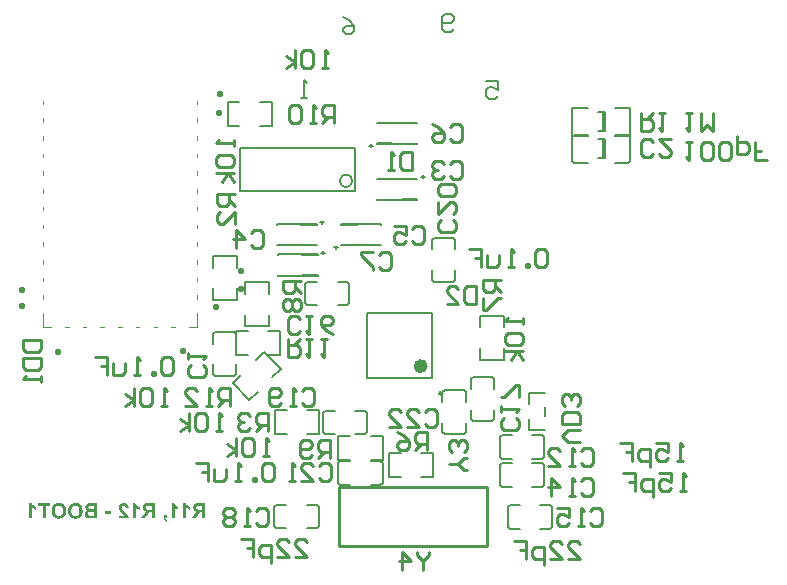
<source format=gbo>
G04*
G04 #@! TF.GenerationSoftware,Altium Limited,Altium Designer,19.1.8 (144)*
G04*
G04 Layer_Color=32896*
%FSLAX24Y24*%
%MOIN*%
G70*
G01*
G75*
%ADD10C,0.0079*%
%ADD11C,0.0098*%
%ADD12C,0.0100*%
%ADD14C,0.0059*%
%ADD121C,0.0236*%
%ADD133C,0.0060*%
%ADD134C,0.0049*%
G36*
X3831Y21791D02*
X3843Y21790D01*
X3865Y21787D01*
X3884Y21781D01*
X3893Y21778D01*
X3901Y21774D01*
X3908Y21771D01*
X3914Y21768D01*
X3920Y21765D01*
X3924Y21762D01*
X3928Y21760D01*
X3930Y21758D01*
X3932Y21757D01*
X3932Y21757D01*
X3940Y21749D01*
X3948Y21742D01*
X3954Y21733D01*
X3960Y21724D01*
X3969Y21705D01*
X3976Y21687D01*
X3978Y21677D01*
X3980Y21669D01*
X3983Y21662D01*
X3983Y21655D01*
X3985Y21649D01*
Y21646D01*
X3985Y21643D01*
Y21642D01*
X3889Y21633D01*
X3888Y21647D01*
X3885Y21660D01*
X3882Y21671D01*
X3878Y21679D01*
X3875Y21685D01*
X3872Y21690D01*
X3870Y21693D01*
X3870Y21693D01*
X3862Y21699D01*
X3854Y21703D01*
X3846Y21707D01*
X3838Y21709D01*
X3832Y21711D01*
X3826Y21711D01*
X3821D01*
X3810Y21711D01*
X3800Y21709D01*
X3792Y21706D01*
X3785Y21703D01*
X3780Y21700D01*
X3776Y21697D01*
X3773Y21695D01*
X3773Y21694D01*
X3767Y21687D01*
X3762Y21679D01*
X3759Y21671D01*
X3757Y21663D01*
X3756Y21655D01*
X3755Y21649D01*
Y21645D01*
Y21644D01*
Y21644D01*
X3756Y21633D01*
X3758Y21623D01*
X3762Y21612D01*
X3765Y21604D01*
X3769Y21596D01*
X3773Y21590D01*
X3775Y21586D01*
X3776Y21585D01*
X3778Y21580D01*
X3783Y21575D01*
X3789Y21569D01*
X3794Y21563D01*
X3808Y21549D01*
X3821Y21535D01*
X3834Y21522D01*
X3840Y21516D01*
X3845Y21512D01*
X3850Y21507D01*
X3853Y21504D01*
X3855Y21502D01*
X3856Y21502D01*
X3870Y21488D01*
X3883Y21475D01*
X3896Y21462D01*
X3907Y21451D01*
X3917Y21440D01*
X3926Y21430D01*
X3934Y21421D01*
X3940Y21413D01*
X3946Y21405D01*
X3951Y21399D01*
X3956Y21394D01*
X3958Y21389D01*
X3961Y21386D01*
X3963Y21383D01*
X3964Y21381D01*
Y21380D01*
X3974Y21364D01*
X3981Y21346D01*
X3987Y21330D01*
X3991Y21316D01*
X3994Y21302D01*
X3995Y21297D01*
X3996Y21293D01*
X3996Y21289D01*
X3997Y21286D01*
Y21285D01*
Y21284D01*
X3658Y21284D01*
Y21374D01*
X3851Y21374D01*
X3845Y21383D01*
X3838Y21391D01*
X3835Y21395D01*
X3833Y21398D01*
X3832Y21399D01*
X3831Y21400D01*
X3828Y21403D01*
X3825Y21407D01*
X3816Y21415D01*
X3807Y21424D01*
X3797Y21434D01*
X3788Y21442D01*
X3780Y21450D01*
X3777Y21453D01*
X3775Y21455D01*
X3773Y21456D01*
X3773Y21456D01*
X3757Y21472D01*
X3743Y21484D01*
X3732Y21496D01*
X3724Y21504D01*
X3717Y21512D01*
X3713Y21517D01*
X3710Y21520D01*
X3709Y21521D01*
X3700Y21534D01*
X3692Y21545D01*
X3685Y21556D01*
X3680Y21566D01*
X3676Y21574D01*
X3673Y21580D01*
X3671Y21584D01*
X3671Y21585D01*
X3666Y21597D01*
X3663Y21609D01*
X3661Y21620D01*
X3660Y21630D01*
X3659Y21638D01*
X3658Y21644D01*
Y21649D01*
Y21650D01*
X3659Y21661D01*
X3660Y21672D01*
X3662Y21682D01*
X3665Y21692D01*
X3672Y21709D01*
X3679Y21723D01*
X3684Y21730D01*
X3687Y21735D01*
X3691Y21740D01*
X3695Y21744D01*
X3697Y21746D01*
X3699Y21749D01*
X3700Y21750D01*
X3701Y21751D01*
X3709Y21758D01*
X3719Y21765D01*
X3727Y21770D01*
X3738Y21774D01*
X3757Y21781D01*
X3776Y21787D01*
X3784Y21788D01*
X3792Y21789D01*
X3800Y21790D01*
X3806Y21791D01*
X3811Y21792D01*
X3819D01*
X3831Y21791D01*
D02*
G37*
G36*
X5901Y21775D02*
X5911Y21760D01*
X5921Y21745D01*
X5931Y21733D01*
X5940Y21724D01*
X5948Y21717D01*
X5951Y21714D01*
X5953Y21711D01*
X5954Y21711D01*
X5955Y21710D01*
X5971Y21698D01*
X5987Y21688D01*
X6000Y21680D01*
X6013Y21674D01*
X6023Y21670D01*
X6030Y21666D01*
X6033Y21666D01*
X6035Y21665D01*
X6036Y21664D01*
X6037D01*
Y21577D01*
X6011Y21587D01*
X5987Y21598D01*
X5976Y21604D01*
X5966Y21610D01*
X5957Y21616D01*
X5948Y21622D01*
X5940Y21628D01*
X5933Y21633D01*
X5927Y21637D01*
X5922Y21641D01*
X5917Y21645D01*
X5914Y21647D01*
X5913Y21649D01*
X5912Y21649D01*
Y21284D01*
X5815D01*
Y21792D01*
X5894D01*
X5901Y21775D01*
D02*
G37*
G36*
X5509D02*
X5519Y21760D01*
X5529Y21745D01*
X5539Y21733D01*
X5548Y21724D01*
X5556Y21717D01*
X5559Y21714D01*
X5561Y21711D01*
X5562Y21711D01*
X5563Y21710D01*
X5579Y21698D01*
X5594Y21688D01*
X5608Y21680D01*
X5621Y21674D01*
X5631Y21670D01*
X5638Y21666D01*
X5641Y21666D01*
X5643Y21665D01*
X5644Y21664D01*
X5645D01*
Y21577D01*
X5618Y21587D01*
X5595Y21598D01*
X5584Y21604D01*
X5574Y21610D01*
X5564Y21616D01*
X5556Y21622D01*
X5548Y21628D01*
X5540Y21633D01*
X5535Y21637D01*
X5529Y21641D01*
X5525Y21645D01*
X5522Y21647D01*
X5521Y21649D01*
X5520Y21649D01*
Y21284D01*
X5423D01*
Y21792D01*
X5502D01*
X5509Y21775D01*
D02*
G37*
G36*
X4216D02*
X4225Y21760D01*
X4236Y21745D01*
X4246Y21733D01*
X4254Y21724D01*
X4262Y21717D01*
X4265Y21714D01*
X4268Y21711D01*
X4269Y21711D01*
X4270Y21710D01*
X4286Y21698D01*
X4301Y21688D01*
X4315Y21680D01*
X4327Y21674D01*
X4338Y21670D01*
X4345Y21666D01*
X4348Y21666D01*
X4350Y21665D01*
X4351Y21664D01*
X4351D01*
Y21577D01*
X4325Y21587D01*
X4302Y21598D01*
X4291Y21604D01*
X4281Y21610D01*
X4271Y21616D01*
X4262Y21622D01*
X4254Y21628D01*
X4247Y21633D01*
X4241Y21637D01*
X4236Y21641D01*
X4232Y21645D01*
X4229Y21647D01*
X4227Y21649D01*
X4227Y21649D01*
Y21284D01*
X4130D01*
Y21792D01*
X4209D01*
X4216Y21775D01*
D02*
G37*
G36*
X768Y21775D02*
X778Y21760D01*
X788Y21745D01*
X798Y21733D01*
X807Y21724D01*
X815Y21717D01*
X818Y21714D01*
X820Y21711D01*
X822Y21711D01*
X822Y21710D01*
X838Y21698D01*
X854Y21688D01*
X868Y21680D01*
X880Y21674D01*
X890Y21670D01*
X897Y21666D01*
X900Y21666D01*
X903Y21665D01*
X903Y21664D01*
X904D01*
Y21577D01*
X878Y21587D01*
X854Y21598D01*
X843Y21604D01*
X833Y21610D01*
X824Y21616D01*
X815Y21622D01*
X807Y21628D01*
X800Y21633D01*
X794Y21637D01*
X789Y21641D01*
X784Y21645D01*
X781Y21647D01*
X780Y21649D01*
X779Y21649D01*
Y21284D01*
X682D01*
Y21792D01*
X761D01*
X768Y21775D01*
D02*
G37*
G36*
X3387Y21419D02*
X3197D01*
Y21516D01*
X3387D01*
Y21419D01*
D02*
G37*
G36*
X6549Y21284D02*
X6447D01*
Y21495D01*
X6414D01*
X6404Y21494D01*
X6396Y21493D01*
X6388Y21492D01*
X6382Y21491D01*
X6379Y21490D01*
X6377Y21489D01*
X6376D01*
X6370Y21486D01*
X6364Y21483D01*
X6359Y21480D01*
X6354Y21477D01*
X6350Y21473D01*
X6347Y21470D01*
X6346Y21469D01*
X6345Y21468D01*
X6342Y21464D01*
X6339Y21461D01*
X6331Y21450D01*
X6322Y21438D01*
X6312Y21425D01*
X6304Y21413D01*
X6301Y21407D01*
X6298Y21403D01*
X6295Y21399D01*
X6293Y21397D01*
X6292Y21394D01*
X6291Y21394D01*
X6218Y21284D01*
X6096D01*
X6158Y21383D01*
X6164Y21393D01*
X6171Y21403D01*
X6177Y21412D01*
X6183Y21420D01*
X6188Y21427D01*
X6192Y21434D01*
X6201Y21445D01*
X6207Y21454D01*
X6212Y21460D01*
X6215Y21464D01*
X6216Y21464D01*
X6224Y21473D01*
X6234Y21481D01*
X6242Y21488D01*
X6251Y21494D01*
X6258Y21499D01*
X6264Y21503D01*
X6269Y21506D01*
X6269Y21507D01*
X6270D01*
X6258Y21509D01*
X6247Y21512D01*
X6237Y21515D01*
X6226Y21518D01*
X6218Y21522D01*
X6210Y21526D01*
X6202Y21529D01*
X6195Y21534D01*
X6189Y21537D01*
X6184Y21541D01*
X6180Y21545D01*
X6177Y21547D01*
X6174Y21550D01*
X6172Y21552D01*
X6171Y21553D01*
X6170Y21553D01*
X6164Y21561D01*
X6159Y21568D01*
X6151Y21584D01*
X6145Y21599D01*
X6141Y21614D01*
X6138Y21628D01*
X6137Y21633D01*
Y21638D01*
X6137Y21641D01*
Y21645D01*
Y21647D01*
Y21647D01*
X6137Y21663D01*
X6140Y21679D01*
X6144Y21692D01*
X6148Y21703D01*
X6152Y21713D01*
X6156Y21720D01*
X6157Y21722D01*
X6159Y21725D01*
X6159Y21725D01*
Y21726D01*
X6168Y21738D01*
X6178Y21749D01*
X6187Y21757D01*
X6197Y21764D01*
X6205Y21768D01*
X6212Y21772D01*
X6216Y21774D01*
X6217Y21775D01*
X6218D01*
X6225Y21777D01*
X6233Y21779D01*
X6251Y21783D01*
X6271Y21785D01*
X6290Y21787D01*
X6299D01*
X6307Y21788D01*
X6315D01*
X6322Y21789D01*
X6549D01*
Y21284D01*
D02*
G37*
G36*
X4864D02*
X4762D01*
Y21495D01*
X4729D01*
X4719Y21494D01*
X4710Y21493D01*
X4703Y21492D01*
X4697Y21491D01*
X4693Y21490D01*
X4691Y21489D01*
X4690D01*
X4685Y21486D01*
X4679Y21483D01*
X4674Y21480D01*
X4669Y21477D01*
X4665Y21473D01*
X4662Y21470D01*
X4660Y21469D01*
X4660Y21468D01*
X4657Y21464D01*
X4653Y21461D01*
X4645Y21450D01*
X4636Y21438D01*
X4627Y21425D01*
X4619Y21413D01*
X4615Y21407D01*
X4612Y21403D01*
X4609Y21399D01*
X4607Y21397D01*
X4607Y21394D01*
X4606Y21394D01*
X4533Y21284D01*
X4410D01*
X4472Y21383D01*
X4479Y21393D01*
X4486Y21403D01*
X4491Y21412D01*
X4497Y21420D01*
X4502Y21427D01*
X4507Y21434D01*
X4515Y21445D01*
X4522Y21454D01*
X4526Y21460D01*
X4530Y21464D01*
X4531Y21464D01*
X4539Y21473D01*
X4548Y21481D01*
X4557Y21488D01*
X4566Y21494D01*
X4573Y21499D01*
X4579Y21503D01*
X4583Y21506D01*
X4584Y21507D01*
X4585D01*
X4572Y21509D01*
X4561Y21512D01*
X4551Y21515D01*
X4541Y21518D01*
X4532Y21522D01*
X4524Y21526D01*
X4516Y21529D01*
X4510Y21534D01*
X4504Y21537D01*
X4499Y21541D01*
X4494Y21545D01*
X4491Y21547D01*
X4488Y21550D01*
X4486Y21552D01*
X4486Y21553D01*
X4485Y21553D01*
X4479Y21561D01*
X4474Y21568D01*
X4465Y21584D01*
X4459Y21599D01*
X4456Y21614D01*
X4453Y21628D01*
X4452Y21633D01*
Y21638D01*
X4451Y21641D01*
Y21645D01*
Y21647D01*
Y21647D01*
X4452Y21663D01*
X4455Y21679D01*
X4459Y21692D01*
X4462Y21703D01*
X4467Y21713D01*
X4470Y21720D01*
X4472Y21722D01*
X4473Y21725D01*
X4474Y21725D01*
Y21726D01*
X4483Y21738D01*
X4492Y21749D01*
X4502Y21757D01*
X4511Y21764D01*
X4520Y21768D01*
X4526Y21772D01*
X4531Y21774D01*
X4531Y21775D01*
X4532D01*
X4539Y21777D01*
X4548Y21779D01*
X4566Y21783D01*
X4585Y21785D01*
X4604Y21787D01*
X4614D01*
X4622Y21788D01*
X4630D01*
X4636Y21789D01*
X4864D01*
Y21284D01*
D02*
G37*
G36*
X2944Y21284D02*
X2725D01*
X2713Y21285D01*
X2691D01*
X2682Y21286D01*
X2668D01*
X2663Y21286D01*
X2656D01*
X2653Y21287D01*
X2650D01*
X2635Y21289D01*
X2622Y21293D01*
X2611Y21297D01*
X2600Y21301D01*
X2592Y21305D01*
X2587Y21308D01*
X2583Y21311D01*
X2581Y21311D01*
X2571Y21319D01*
X2563Y21328D01*
X2555Y21336D01*
X2549Y21345D01*
X2544Y21352D01*
X2541Y21358D01*
X2538Y21362D01*
X2538Y21363D01*
X2533Y21375D01*
X2528Y21387D01*
X2525Y21399D01*
X2524Y21409D01*
X2522Y21418D01*
X2522Y21424D01*
Y21429D01*
Y21429D01*
Y21430D01*
X2522Y21446D01*
X2525Y21461D01*
X2530Y21473D01*
X2534Y21485D01*
X2538Y21493D01*
X2543Y21500D01*
X2546Y21504D01*
X2546Y21506D01*
X2557Y21518D01*
X2568Y21527D01*
X2580Y21535D01*
X2591Y21541D01*
X2601Y21546D01*
X2610Y21550D01*
X2613Y21550D01*
X2615Y21551D01*
X2616Y21552D01*
X2617D01*
X2605Y21558D01*
X2595Y21565D01*
X2587Y21573D01*
X2579Y21579D01*
X2574Y21586D01*
X2570Y21591D01*
X2567Y21595D01*
X2566Y21596D01*
X2560Y21608D01*
X2554Y21619D01*
X2552Y21630D01*
X2549Y21640D01*
X2547Y21649D01*
X2546Y21655D01*
Y21660D01*
Y21660D01*
Y21661D01*
X2547Y21673D01*
X2549Y21684D01*
X2552Y21694D01*
X2554Y21703D01*
X2557Y21710D01*
X2560Y21716D01*
X2562Y21719D01*
X2562Y21720D01*
X2568Y21730D01*
X2575Y21738D01*
X2581Y21745D01*
X2587Y21752D01*
X2593Y21756D01*
X2597Y21760D01*
X2600Y21762D01*
X2601Y21762D01*
X2610Y21768D01*
X2619Y21773D01*
X2628Y21776D01*
X2636Y21779D01*
X2643Y21781D01*
X2648Y21783D01*
X2652Y21784D01*
X2654D01*
X2666Y21785D01*
X2680Y21787D01*
X2694Y21787D01*
X2709Y21788D01*
X2722Y21789D01*
X2944D01*
Y21284D01*
D02*
G37*
G36*
X1374Y21703D02*
X1225D01*
Y21284D01*
X1123D01*
Y21703D01*
X974D01*
Y21789D01*
X1374D01*
Y21703D01*
D02*
G37*
G36*
X2234Y21797D02*
X2256Y21795D01*
X2274Y21792D01*
X2290Y21788D01*
X2296Y21786D01*
X2303Y21784D01*
X2308Y21783D01*
X2312Y21781D01*
X2316Y21780D01*
X2319Y21779D01*
X2320Y21778D01*
X2321D01*
X2334Y21772D01*
X2347Y21765D01*
X2358Y21757D01*
X2367Y21749D01*
X2375Y21743D01*
X2382Y21737D01*
X2385Y21733D01*
X2386Y21733D01*
X2387Y21732D01*
X2397Y21720D01*
X2406Y21708D01*
X2414Y21697D01*
X2421Y21686D01*
X2426Y21676D01*
X2430Y21669D01*
X2431Y21666D01*
X2433Y21664D01*
X2433Y21663D01*
Y21663D01*
X2441Y21642D01*
X2447Y21620D01*
X2450Y21598D01*
X2453Y21578D01*
X2454Y21569D01*
X2455Y21560D01*
X2455Y21553D01*
Y21546D01*
X2456Y21540D01*
Y21536D01*
Y21534D01*
Y21533D01*
X2455Y21511D01*
X2453Y21490D01*
X2450Y21470D01*
X2446Y21452D01*
X2441Y21435D01*
X2435Y21420D01*
X2429Y21405D01*
X2422Y21393D01*
X2417Y21381D01*
X2411Y21372D01*
X2405Y21363D01*
X2400Y21356D01*
X2395Y21351D01*
X2393Y21346D01*
X2390Y21344D01*
X2390Y21343D01*
X2377Y21331D01*
X2363Y21321D01*
X2349Y21311D01*
X2334Y21304D01*
X2319Y21297D01*
X2304Y21292D01*
X2290Y21287D01*
X2275Y21284D01*
X2262Y21281D01*
X2250Y21278D01*
X2239Y21277D01*
X2229Y21276D01*
X2222Y21276D01*
X2216Y21275D01*
X2211D01*
X2191Y21276D01*
X2172Y21278D01*
X2153Y21281D01*
X2137Y21286D01*
X2121Y21291D01*
X2106Y21297D01*
X2093Y21302D01*
X2081Y21309D01*
X2070Y21316D01*
X2061Y21321D01*
X2053Y21327D01*
X2046Y21332D01*
X2040Y21337D01*
X2037Y21340D01*
X2035Y21343D01*
X2034Y21343D01*
X2022Y21357D01*
X2012Y21372D01*
X2003Y21387D01*
X1995Y21402D01*
X1989Y21418D01*
X1983Y21434D01*
X1979Y21450D01*
X1975Y21466D01*
X1973Y21480D01*
X1970Y21493D01*
X1969Y21505D01*
X1968Y21515D01*
Y21524D01*
X1967Y21531D01*
Y21534D01*
Y21536D01*
X1968Y21558D01*
X1970Y21579D01*
X1973Y21599D01*
X1977Y21618D01*
X1982Y21635D01*
X1988Y21651D01*
X1994Y21666D01*
X2000Y21678D01*
X2007Y21690D01*
X2013Y21700D01*
X2019Y21709D01*
X2024Y21716D01*
X2027Y21721D01*
X2031Y21725D01*
X2033Y21727D01*
X2034Y21728D01*
X2047Y21741D01*
X2061Y21752D01*
X2075Y21761D01*
X2090Y21769D01*
X2105Y21776D01*
X2120Y21781D01*
X2135Y21786D01*
X2148Y21789D01*
X2161Y21792D01*
X2174Y21795D01*
X2185Y21796D01*
X2194Y21797D01*
X2202D01*
X2207Y21798D01*
X2213D01*
X2234Y21797D01*
D02*
G37*
G36*
X1686D02*
X1707Y21795D01*
X1726Y21792D01*
X1742Y21788D01*
X1748Y21786D01*
X1755Y21784D01*
X1760Y21783D01*
X1764Y21781D01*
X1768Y21780D01*
X1771Y21779D01*
X1772Y21778D01*
X1773D01*
X1786Y21772D01*
X1798Y21765D01*
X1809Y21757D01*
X1819Y21749D01*
X1827Y21743D01*
X1833Y21737D01*
X1837Y21733D01*
X1838Y21733D01*
X1839Y21732D01*
X1849Y21720D01*
X1858Y21708D01*
X1866Y21697D01*
X1873Y21686D01*
X1878Y21676D01*
X1882Y21669D01*
X1883Y21666D01*
X1884Y21664D01*
X1885Y21663D01*
Y21663D01*
X1892Y21642D01*
X1898Y21620D01*
X1902Y21598D01*
X1905Y21578D01*
X1906Y21569D01*
X1906Y21560D01*
X1907Y21553D01*
Y21546D01*
X1908Y21540D01*
Y21536D01*
Y21534D01*
Y21533D01*
X1907Y21511D01*
X1905Y21490D01*
X1902Y21470D01*
X1898Y21452D01*
X1892Y21435D01*
X1887Y21420D01*
X1881Y21405D01*
X1874Y21393D01*
X1868Y21381D01*
X1863Y21372D01*
X1857Y21363D01*
X1852Y21356D01*
X1847Y21351D01*
X1844Y21346D01*
X1842Y21344D01*
X1841Y21343D01*
X1828Y21331D01*
X1814Y21321D01*
X1801Y21311D01*
X1785Y21304D01*
X1771Y21297D01*
X1755Y21292D01*
X1742Y21287D01*
X1727Y21284D01*
X1714Y21281D01*
X1701Y21278D01*
X1691Y21277D01*
X1681Y21276D01*
X1674Y21276D01*
X1668Y21275D01*
X1663D01*
X1642Y21276D01*
X1623Y21278D01*
X1605Y21281D01*
X1588Y21286D01*
X1572Y21291D01*
X1558Y21297D01*
X1545Y21302D01*
X1532Y21309D01*
X1522Y21316D01*
X1513Y21321D01*
X1505Y21327D01*
X1498Y21332D01*
X1492Y21337D01*
X1489Y21340D01*
X1486Y21343D01*
X1486Y21343D01*
X1474Y21357D01*
X1464Y21372D01*
X1454Y21387D01*
X1447Y21402D01*
X1441Y21418D01*
X1435Y21434D01*
X1430Y21450D01*
X1427Y21466D01*
X1424Y21480D01*
X1422Y21493D01*
X1421Y21505D01*
X1419Y21515D01*
Y21524D01*
X1419Y21531D01*
Y21534D01*
Y21536D01*
X1419Y21558D01*
X1422Y21579D01*
X1424Y21599D01*
X1429Y21618D01*
X1434Y21635D01*
X1440Y21651D01*
X1446Y21666D01*
X1452Y21678D01*
X1459Y21690D01*
X1465Y21700D01*
X1470Y21709D01*
X1476Y21716D01*
X1479Y21721D01*
X1483Y21725D01*
X1485Y21727D01*
X1486Y21728D01*
X1499Y21741D01*
X1513Y21752D01*
X1527Y21761D01*
X1542Y21769D01*
X1557Y21776D01*
X1572Y21781D01*
X1586Y21786D01*
X1600Y21789D01*
X1613Y21792D01*
X1626Y21795D01*
X1637Y21796D01*
X1646Y21797D01*
X1653D01*
X1659Y21798D01*
X1664D01*
X1686Y21797D01*
D02*
G37*
G36*
X5260Y21284D02*
X5212D01*
X5213Y21274D01*
X5215Y21265D01*
X5217Y21257D01*
X5220Y21251D01*
X5222Y21246D01*
X5224Y21242D01*
X5225Y21240D01*
X5226Y21239D01*
X5231Y21233D01*
X5238Y21228D01*
X5244Y21223D01*
X5252Y21219D01*
X5258Y21216D01*
X5263Y21214D01*
X5266Y21213D01*
X5268Y21212D01*
X5249Y21172D01*
X5238Y21176D01*
X5228Y21181D01*
X5219Y21187D01*
X5212Y21192D01*
X5206Y21196D01*
X5201Y21200D01*
X5199Y21202D01*
X5198Y21203D01*
X5190Y21210D01*
X5185Y21217D01*
X5180Y21224D01*
X5176Y21232D01*
X5174Y21238D01*
X5172Y21242D01*
X5170Y21246D01*
Y21246D01*
X5168Y21256D01*
X5166Y21267D01*
X5164Y21278D01*
X5164Y21288D01*
X5163Y21297D01*
Y21305D01*
Y21308D01*
Y21311D01*
Y21311D01*
Y21312D01*
Y21381D01*
X5260D01*
Y21284D01*
D02*
G37*
%LPC*%
G36*
X6447Y21703D02*
X6331D01*
X6324Y21703D01*
X6308D01*
X6301Y21702D01*
X6297D01*
X6295Y21701D01*
X6294D01*
X6285Y21699D01*
X6277Y21696D01*
X6271Y21693D01*
X6266Y21690D01*
X6261Y21686D01*
X6258Y21684D01*
X6256Y21682D01*
X6256Y21681D01*
X6251Y21675D01*
X6248Y21668D01*
X6245Y21661D01*
X6243Y21655D01*
X6242Y21649D01*
X6242Y21644D01*
Y21641D01*
Y21640D01*
X6242Y21632D01*
X6243Y21625D01*
X6245Y21618D01*
X6247Y21612D01*
X6249Y21608D01*
X6251Y21605D01*
X6252Y21603D01*
X6253Y21602D01*
X6257Y21597D01*
X6261Y21593D01*
X6271Y21586D01*
X6275Y21584D01*
X6278Y21582D01*
X6280Y21581D01*
X6281D01*
X6285Y21580D01*
X6291Y21579D01*
X6296Y21578D01*
X6303Y21577D01*
X6318Y21577D01*
X6334Y21576D01*
X6348Y21575D01*
X6447D01*
Y21703D01*
D02*
G37*
G36*
X4762D02*
X4645D01*
X4639Y21703D01*
X4623D01*
X4616Y21702D01*
X4612D01*
X4609Y21701D01*
X4609D01*
X4600Y21699D01*
X4592Y21696D01*
X4585Y21693D01*
X4580Y21690D01*
X4576Y21686D01*
X4572Y21684D01*
X4571Y21682D01*
X4570Y21681D01*
X4566Y21675D01*
X4562Y21668D01*
X4560Y21661D01*
X4558Y21655D01*
X4557Y21649D01*
X4556Y21644D01*
Y21641D01*
Y21640D01*
X4557Y21632D01*
X4558Y21625D01*
X4560Y21618D01*
X4561Y21612D01*
X4564Y21608D01*
X4566Y21605D01*
X4566Y21603D01*
X4567Y21602D01*
X4572Y21597D01*
X4576Y21593D01*
X4585Y21586D01*
X4589Y21584D01*
X4593Y21582D01*
X4595Y21581D01*
X4596D01*
X4599Y21580D01*
X4605Y21579D01*
X4611Y21578D01*
X4617Y21577D01*
X4633Y21577D01*
X4648Y21576D01*
X4663Y21575D01*
X4762D01*
Y21703D01*
D02*
G37*
G36*
X2842Y21705D02*
X2740D01*
X2732Y21704D01*
X2713D01*
X2709Y21703D01*
X2701D01*
X2698Y21703D01*
X2697D01*
X2689Y21701D01*
X2681Y21699D01*
X2674Y21696D01*
X2668Y21693D01*
X2664Y21690D01*
X2661Y21687D01*
X2659Y21686D01*
X2659Y21685D01*
X2654Y21679D01*
X2651Y21673D01*
X2648Y21667D01*
X2647Y21661D01*
X2646Y21655D01*
X2646Y21651D01*
Y21648D01*
Y21647D01*
X2646Y21639D01*
X2648Y21631D01*
X2651Y21624D01*
X2653Y21618D01*
X2656Y21613D01*
X2659Y21610D01*
X2660Y21608D01*
X2661Y21607D01*
X2667Y21602D01*
X2673Y21598D01*
X2680Y21596D01*
X2686Y21593D01*
X2693Y21591D01*
X2697Y21590D01*
X2700Y21590D01*
X2705D01*
X2709Y21589D01*
X2732D01*
X2744Y21588D01*
X2842D01*
Y21705D01*
D02*
G37*
G36*
Y21504D02*
X2736D01*
X2726Y21504D01*
X2717Y21503D01*
X2708D01*
X2701Y21502D01*
X2694Y21502D01*
X2689Y21501D01*
X2684Y21500D01*
X2681Y21499D01*
X2675Y21499D01*
X2671Y21497D01*
X2670D01*
X2663Y21494D01*
X2656Y21491D01*
X2651Y21487D01*
X2646Y21483D01*
X2643Y21480D01*
X2640Y21477D01*
X2639Y21475D01*
X2638Y21474D01*
X2635Y21467D01*
X2632Y21461D01*
X2630Y21455D01*
X2628Y21448D01*
X2627Y21443D01*
X2627Y21439D01*
Y21436D01*
Y21435D01*
X2627Y21426D01*
X2629Y21417D01*
X2631Y21410D01*
X2634Y21404D01*
X2637Y21399D01*
X2639Y21395D01*
X2640Y21393D01*
X2641Y21392D01*
X2647Y21387D01*
X2653Y21383D01*
X2659Y21379D01*
X2665Y21376D01*
X2670Y21375D01*
X2675Y21373D01*
X2678Y21372D01*
X2678D01*
X2681Y21372D01*
X2686D01*
X2695Y21371D01*
X2707Y21370D01*
X2718D01*
X2729Y21370D01*
X2842D01*
Y21504D01*
D02*
G37*
G36*
X2217Y21711D02*
X2211D01*
X2199Y21711D01*
X2188Y21709D01*
X2178Y21708D01*
X2169Y21705D01*
X2152Y21698D01*
X2144Y21694D01*
X2137Y21690D01*
X2131Y21686D01*
X2126Y21682D01*
X2121Y21679D01*
X2117Y21675D01*
X2114Y21672D01*
X2112Y21671D01*
X2111Y21669D01*
X2110Y21668D01*
X2104Y21660D01*
X2097Y21650D01*
X2092Y21641D01*
X2088Y21630D01*
X2081Y21608D01*
X2077Y21587D01*
X2075Y21577D01*
X2074Y21568D01*
X2073Y21560D01*
X2073Y21553D01*
X2072Y21546D01*
Y21542D01*
Y21539D01*
Y21538D01*
X2073Y21522D01*
X2073Y21507D01*
X2075Y21493D01*
X2078Y21480D01*
X2081Y21468D01*
X2084Y21457D01*
X2088Y21448D01*
X2092Y21439D01*
X2095Y21431D01*
X2099Y21424D01*
X2102Y21418D01*
X2105Y21413D01*
X2108Y21410D01*
X2110Y21407D01*
X2110Y21406D01*
X2111Y21405D01*
X2118Y21397D01*
X2127Y21391D01*
X2135Y21385D01*
X2143Y21380D01*
X2152Y21376D01*
X2160Y21372D01*
X2176Y21367D01*
X2190Y21364D01*
X2196Y21363D01*
X2201Y21362D01*
X2205Y21362D01*
X2211D01*
X2222Y21362D01*
X2233Y21364D01*
X2243Y21366D01*
X2253Y21369D01*
X2270Y21375D01*
X2284Y21384D01*
X2291Y21388D01*
X2296Y21392D01*
X2301Y21396D01*
X2304Y21399D01*
X2307Y21402D01*
X2309Y21404D01*
X2311Y21405D01*
X2312Y21406D01*
X2318Y21415D01*
X2325Y21424D01*
X2330Y21434D01*
X2334Y21445D01*
X2342Y21467D01*
X2346Y21488D01*
X2347Y21498D01*
X2349Y21507D01*
X2350Y21515D01*
X2350Y21523D01*
X2351Y21528D01*
Y21533D01*
Y21536D01*
Y21536D01*
X2350Y21553D01*
X2350Y21567D01*
X2347Y21581D01*
X2345Y21594D01*
X2342Y21606D01*
X2339Y21617D01*
X2336Y21626D01*
X2332Y21635D01*
X2328Y21643D01*
X2325Y21649D01*
X2322Y21655D01*
X2319Y21660D01*
X2317Y21663D01*
X2315Y21666D01*
X2314Y21667D01*
X2313Y21668D01*
X2306Y21676D01*
X2298Y21682D01*
X2289Y21688D01*
X2281Y21693D01*
X2272Y21698D01*
X2264Y21701D01*
X2248Y21706D01*
X2233Y21709D01*
X2227Y21710D01*
X2221Y21711D01*
X2217Y21711D01*
D02*
G37*
G36*
X1669D02*
X1663D01*
X1651Y21711D01*
X1640Y21709D01*
X1630Y21708D01*
X1621Y21705D01*
X1604Y21698D01*
X1596Y21694D01*
X1589Y21690D01*
X1583Y21686D01*
X1578Y21682D01*
X1573Y21679D01*
X1569Y21675D01*
X1566Y21672D01*
X1564Y21671D01*
X1563Y21669D01*
X1562Y21668D01*
X1556Y21660D01*
X1549Y21650D01*
X1544Y21641D01*
X1540Y21630D01*
X1533Y21608D01*
X1529Y21587D01*
X1527Y21577D01*
X1526Y21568D01*
X1525Y21560D01*
X1524Y21553D01*
X1524Y21546D01*
Y21542D01*
Y21539D01*
Y21538D01*
X1524Y21522D01*
X1525Y21507D01*
X1527Y21493D01*
X1529Y21480D01*
X1532Y21468D01*
X1536Y21457D01*
X1540Y21448D01*
X1543Y21439D01*
X1547Y21431D01*
X1551Y21424D01*
X1554Y21418D01*
X1557Y21413D01*
X1559Y21410D01*
X1562Y21407D01*
X1562Y21406D01*
X1563Y21405D01*
X1570Y21397D01*
X1578Y21391D01*
X1587Y21385D01*
X1595Y21380D01*
X1604Y21376D01*
X1612Y21372D01*
X1628Y21367D01*
X1642Y21364D01*
X1648Y21363D01*
X1653Y21362D01*
X1657Y21362D01*
X1663D01*
X1674Y21362D01*
X1685Y21364D01*
X1695Y21366D01*
X1704Y21369D01*
X1722Y21375D01*
X1736Y21384D01*
X1742Y21388D01*
X1747Y21392D01*
X1753Y21396D01*
X1756Y21399D01*
X1759Y21402D01*
X1761Y21404D01*
X1763Y21405D01*
X1763Y21406D01*
X1770Y21415D01*
X1777Y21424D01*
X1782Y21434D01*
X1786Y21445D01*
X1793Y21467D01*
X1798Y21488D01*
X1799Y21498D01*
X1801Y21507D01*
X1801Y21515D01*
X1802Y21523D01*
X1803Y21528D01*
Y21533D01*
Y21536D01*
Y21536D01*
X1802Y21553D01*
X1801Y21567D01*
X1799Y21581D01*
X1797Y21594D01*
X1794Y21606D01*
X1791Y21617D01*
X1788Y21626D01*
X1784Y21635D01*
X1780Y21643D01*
X1777Y21649D01*
X1774Y21655D01*
X1771Y21660D01*
X1769Y21663D01*
X1766Y21666D01*
X1766Y21667D01*
X1765Y21668D01*
X1758Y21676D01*
X1750Y21682D01*
X1741Y21688D01*
X1733Y21693D01*
X1724Y21698D01*
X1715Y21701D01*
X1699Y21706D01*
X1685Y21709D01*
X1679Y21710D01*
X1673Y21711D01*
X1669Y21711D01*
D02*
G37*
%LPD*%
D10*
X19626Y33917D02*
X19862D01*
X19626Y33287D02*
X19862D01*
Y33917D01*
X19787Y33287D02*
Y33917D01*
X19626Y34819D02*
X19862D01*
X19626Y34189D02*
X19862D01*
Y34819D01*
X19787Y34189D02*
Y34819D01*
X11949Y25965D02*
X14114D01*
X11949Y28130D02*
X14114D01*
Y25965D02*
Y28130D01*
X11949Y25965D02*
Y28130D01*
X12267Y33766D02*
X13605D01*
X12267Y34475D02*
X13605D01*
Y33766D02*
Y33786D01*
X12267D02*
X12779D01*
X13605Y34455D02*
Y34475D01*
X12267Y34455D02*
X12779D01*
X12080Y33658D02*
Y33756D01*
X12011Y33707D02*
X12149D01*
X12267Y32605D02*
X13605D01*
X12267Y31896D02*
X13605D01*
X12267Y32585D02*
Y32605D01*
X13094Y32585D02*
X13605D01*
X12267Y31896D02*
Y31916D01*
X13094D02*
X13605D01*
X13792Y32615D02*
Y32713D01*
X13723Y32664D02*
X13861D01*
X11076Y30380D02*
X12414D01*
X11076Y31089D02*
X12414D01*
Y30380D02*
Y30400D01*
X11076D02*
X11588D01*
X12414Y31069D02*
Y31089D01*
X11076Y31069D02*
X11588D01*
X10889Y30272D02*
Y30370D01*
X10820Y30321D02*
X10958D01*
X8920Y31089D02*
X10259D01*
X8920Y30380D02*
X10259D01*
X8920Y31069D02*
Y31089D01*
X9747Y31069D02*
X10259D01*
X8920Y30380D02*
Y30400D01*
X9747D02*
X10259D01*
X10446Y31099D02*
Y31197D01*
X10377Y31148D02*
X10515D01*
X8954Y30084D02*
X10292D01*
X8954Y29375D02*
X10292D01*
X8954Y30064D02*
Y30084D01*
X9780Y30064D02*
X10292D01*
X8954Y29375D02*
Y29395D01*
X9780D02*
X10292D01*
X10479Y30093D02*
Y30192D01*
X10410Y30143D02*
X10548D01*
D11*
X14439Y25453D02*
G03*
X14439Y25453I-49J0D01*
G01*
D12*
X11004Y20354D02*
Y22323D01*
Y20354D02*
X15925D01*
Y22323D01*
X11004D02*
X15925D01*
X10620Y36301D02*
X10420D01*
X10520D01*
Y36901D01*
X10620Y36801D01*
X10120D02*
X10020Y36901D01*
X9820D01*
X9720Y36801D01*
Y36401D01*
X9820Y36301D01*
X10020D01*
X10120Y36401D01*
Y36801D01*
X9520Y36301D02*
Y36901D01*
Y36501D02*
X9220Y36701D01*
X9520Y36501D02*
X9220Y36301D01*
X7510Y33896D02*
Y33696D01*
Y33796D01*
X6911D01*
X7011Y33896D01*
Y33397D02*
X6911Y33297D01*
Y33097D01*
X7011Y32997D01*
X7411D01*
X7510Y33097D01*
Y33297D01*
X7411Y33397D01*
X7011D01*
X7510Y32797D02*
X6911D01*
X7311D02*
X7111Y32497D01*
X7311Y32797D02*
X7510Y32497D01*
X5452Y26555D02*
X5352Y26655D01*
X5152D01*
X5052Y26555D01*
Y26155D01*
X5152Y26055D01*
X5352D01*
X5452Y26155D01*
Y26555D01*
X4852Y26055D02*
Y26155D01*
X4752D01*
Y26055D01*
X4852D01*
X4353D02*
X4153D01*
X4253D01*
Y26655D01*
X4353Y26555D01*
X3853Y26455D02*
Y26155D01*
X3753Y26055D01*
X3453D01*
Y26455D01*
X2853Y26655D02*
X3253D01*
Y26355D01*
X3053D01*
X3253D01*
Y26055D01*
X5270Y25019D02*
X5070D01*
X5170D01*
Y25619D01*
X5270Y25519D01*
X4770D02*
X4670Y25619D01*
X4471D01*
X4371Y25519D01*
Y25119D01*
X4471Y25019D01*
X4670D01*
X4770Y25119D01*
Y25519D01*
X4171Y25019D02*
Y25619D01*
Y25219D02*
X3871Y25419D01*
X4171Y25219D02*
X3871Y25019D01*
X7102Y24190D02*
X6902D01*
X7002D01*
Y24790D01*
X7102Y24690D01*
X6602D02*
X6502Y24790D01*
X6302D01*
X6202Y24690D01*
Y24290D01*
X6302Y24190D01*
X6502D01*
X6602Y24290D01*
Y24690D01*
X6003Y24190D02*
Y24790D01*
Y24390D02*
X5703Y24590D01*
X6003Y24390D02*
X5703Y24190D01*
X8676Y23360D02*
X8476D01*
X8576D01*
Y23959D01*
X8676Y23859D01*
X8176D02*
X8076Y23959D01*
X7876D01*
X7776Y23859D01*
Y23460D01*
X7876Y23360D01*
X8076D01*
X8176Y23460D01*
Y23859D01*
X7576Y23360D02*
Y23959D01*
Y23560D02*
X7277Y23760D01*
X7576Y23560D02*
X7277Y23360D01*
X8839Y23019D02*
X8739Y23119D01*
X8539D01*
X8439Y23019D01*
Y22620D01*
X8539Y22520D01*
X8739D01*
X8839Y22620D01*
Y23019D01*
X8240Y22520D02*
Y22620D01*
X8140D01*
Y22520D01*
X8240D01*
X7740D02*
X7540D01*
X7640D01*
Y23119D01*
X7740Y23019D01*
X7240Y22920D02*
Y22620D01*
X7140Y22520D01*
X6840D01*
Y22920D01*
X6240Y23119D02*
X6640D01*
Y22820D01*
X6440D01*
X6640D01*
Y22520D01*
X17928Y30177D02*
X17828Y30277D01*
X17628D01*
X17528Y30177D01*
Y29777D01*
X17628Y29677D01*
X17828D01*
X17928Y29777D01*
Y30177D01*
X17328Y29677D02*
Y29777D01*
X17228D01*
Y29677D01*
X17328D01*
X16828D02*
X16628D01*
X16728D01*
Y30277D01*
X16828Y30177D01*
X16328Y30077D02*
Y29777D01*
X16228Y29677D01*
X15929D01*
Y30077D01*
X15329Y30277D02*
X15729D01*
Y29977D01*
X15529D01*
X15729D01*
Y29677D01*
X17141Y27967D02*
Y27767D01*
Y27867D01*
X16541D01*
X16641Y27967D01*
Y27467D02*
X16541Y27367D01*
Y27167D01*
X16641Y27067D01*
X17041D01*
X17141Y27167D01*
Y27367D01*
X17041Y27467D01*
X16641D01*
X17141Y26867D02*
X16541D01*
X16941D02*
X16741Y26567D01*
X16941Y26867D02*
X17141Y26567D01*
X22553Y22194D02*
X22353D01*
X22453D01*
Y22793D01*
X22553Y22694D01*
X21653Y22793D02*
X22053D01*
Y22494D01*
X21853Y22594D01*
X21753D01*
X21653Y22494D01*
Y22294D01*
X21753Y22194D01*
X21953D01*
X22053Y22294D01*
X21453Y21994D02*
Y22594D01*
X21153D01*
X21053Y22494D01*
Y22294D01*
X21153Y22194D01*
X21453D01*
X20453Y22793D02*
X20853D01*
Y22494D01*
X20653D01*
X20853D01*
Y22194D01*
X22478Y23198D02*
X22278D01*
X22378D01*
Y23798D01*
X22478Y23698D01*
X21579Y23798D02*
X21978D01*
Y23498D01*
X21778Y23598D01*
X21678D01*
X21579Y23498D01*
Y23298D01*
X21678Y23198D01*
X21878D01*
X21978Y23298D01*
X21379Y22998D02*
Y23598D01*
X21079D01*
X20979Y23498D01*
Y23298D01*
X21079Y23198D01*
X21379D01*
X20379Y23798D02*
X20779D01*
Y23498D01*
X20579D01*
X20779D01*
Y23198D01*
X18636Y19942D02*
X19036D01*
X18636Y20342D01*
Y20442D01*
X18736Y20542D01*
X18936D01*
X19036Y20442D01*
X18037Y19942D02*
X18436D01*
X18037Y20342D01*
Y20442D01*
X18137Y20542D01*
X18336D01*
X18436Y20442D01*
X17837Y19742D02*
Y20342D01*
X17537D01*
X17437Y20242D01*
Y20042D01*
X17537Y19942D01*
X17837D01*
X16837Y20542D02*
X17237D01*
Y20242D01*
X17037D01*
X17237D01*
Y19942D01*
X9520Y19998D02*
X9919D01*
X9520Y20398D01*
Y20498D01*
X9620Y20598D01*
X9819D01*
X9919Y20498D01*
X8920Y19998D02*
X9320D01*
X8920Y20398D01*
Y20498D01*
X9020Y20598D01*
X9220D01*
X9320Y20498D01*
X8720Y19798D02*
Y20398D01*
X8420D01*
X8320Y20298D01*
Y20098D01*
X8420Y19998D01*
X8720D01*
X7720Y20598D02*
X8120D01*
Y20298D01*
X7920D01*
X8120D01*
Y19998D01*
X22560Y33817D02*
X22760D01*
X22660D01*
Y33217D01*
X22560Y33317D01*
X23060D02*
X23160Y33217D01*
X23360D01*
X23460Y33317D01*
Y33717D01*
X23360Y33817D01*
X23160D01*
X23060Y33717D01*
Y33317D01*
X23659D02*
X23759Y33217D01*
X23959D01*
X24059Y33317D01*
Y33717D01*
X23959Y33817D01*
X23759D01*
X23659Y33717D01*
Y33317D01*
X24259Y34016D02*
Y33417D01*
X24559D01*
X24659Y33517D01*
Y33717D01*
X24559Y33817D01*
X24259D01*
X25259Y33217D02*
X24859D01*
Y33517D01*
X25059D01*
X24859D01*
Y33817D01*
X22560Y34797D02*
X22760D01*
X22660D01*
Y34197D01*
X22560Y34297D01*
X23060Y34797D02*
Y34197D01*
X23260Y34397D01*
X23459Y34197D01*
Y34797D01*
X6950Y34773D02*
Y34873D01*
X7050D01*
Y34773D01*
X6950D01*
X6958Y35389D02*
Y35489D01*
X7058D01*
Y35389D01*
X6958D01*
X7682Y28907D02*
Y29007D01*
X7782D01*
Y28907D01*
X7682D01*
X7682Y29495D02*
Y29595D01*
X7781D01*
Y29495D01*
X7682D01*
X6833Y28304D02*
Y28404D01*
X6933D01*
Y28304D01*
X6833D01*
X5730Y26831D02*
Y26931D01*
X5830D01*
Y26831D01*
X5730D01*
X375Y28873D02*
Y28973D01*
X475D01*
Y28873D01*
X375D01*
X383Y28317D02*
Y28417D01*
X483D01*
Y28317D01*
X383D01*
X1577Y26801D02*
Y26901D01*
X1677D01*
Y26801D01*
X1577D01*
X7372Y25021D02*
Y25621D01*
X7072D01*
X6972Y25521D01*
Y25321D01*
X7072Y25221D01*
X7372D01*
X7172D02*
X6972Y25021D01*
X6772D02*
X6572D01*
X6672D01*
Y25621D01*
X6772Y25521D01*
X5872Y25021D02*
X6272D01*
X5872Y25421D01*
Y25521D01*
X5972Y25621D01*
X6172D01*
X6272Y25521D01*
X10820Y34457D02*
Y35056D01*
X10520D01*
X10420Y34956D01*
Y34756D01*
X10520Y34656D01*
X10820D01*
X10620D02*
X10420Y34457D01*
X10220D02*
X10020D01*
X10120D01*
Y35056D01*
X10220Y34956D01*
X9721D02*
X9621Y35056D01*
X9421D01*
X9321Y34956D01*
Y34557D01*
X9421Y34457D01*
X9621D01*
X9721Y34557D01*
Y34956D01*
X9750Y29200D02*
X9150D01*
Y28900D01*
X9250Y28800D01*
X9450D01*
X9550Y28900D01*
Y29200D01*
Y29000D02*
X9750Y28800D01*
X9250Y28600D02*
X9150Y28500D01*
Y28300D01*
X9250Y28200D01*
X9350D01*
X9450Y28300D01*
X9550Y28200D01*
X9650D01*
X9750Y28300D01*
Y28500D01*
X9650Y28600D01*
X9550D01*
X9450Y28500D01*
X9350Y28600D01*
X9250D01*
X9450Y28500D02*
Y28300D01*
X479Y27243D02*
X1079D01*
Y26943D01*
X979Y26843D01*
X579D01*
X479Y26943D01*
Y27243D01*
Y26643D02*
X1079D01*
Y26343D01*
X979Y26243D01*
X579D01*
X479Y26343D01*
Y26643D01*
X1079Y26043D02*
Y25843D01*
Y25943D01*
X479D01*
X579Y26043D01*
X13986Y20177D02*
Y20077D01*
X13786Y19877D01*
X13586Y20077D01*
Y20177D01*
X13786Y19877D02*
Y19577D01*
X13086D02*
Y20177D01*
X13386Y19877D01*
X12986D01*
X15265Y22882D02*
X15165D01*
X14965Y23082D01*
X15165Y23282D01*
X15265D01*
X14965Y23082D02*
X14665D01*
X15165Y23481D02*
X15265Y23581D01*
Y23781D01*
X15165Y23881D01*
X15065D01*
X14965Y23781D01*
Y23681D01*
Y23781D01*
X14865Y23881D01*
X14765D01*
X14665Y23781D01*
Y23581D01*
X14765Y23481D01*
X19028Y23832D02*
X18629D01*
X18429Y24032D01*
X18629Y24232D01*
X19028D01*
Y24432D02*
X18429D01*
Y24731D01*
X18529Y24831D01*
X18929D01*
X19028Y24731D01*
Y24432D01*
X18929Y25031D02*
X19028Y25131D01*
Y25331D01*
X18929Y25431D01*
X18829D01*
X18729Y25331D01*
Y25231D01*
Y25331D01*
X18629Y25431D01*
X18529D01*
X18429Y25331D01*
Y25131D01*
X18529Y25031D01*
X9302Y27273D02*
Y26673D01*
X9602D01*
X9702Y26773D01*
Y26973D01*
X9602Y27073D01*
X9302D01*
X9502D02*
X9702Y27273D01*
X9902D02*
X10102D01*
X10002D01*
Y26673D01*
X9902Y26773D01*
X10402Y27273D02*
X10602D01*
X10502D01*
Y26673D01*
X10402Y26773D01*
X10708Y23311D02*
Y23911D01*
X10408D01*
X10308Y23811D01*
Y23611D01*
X10408Y23511D01*
X10708D01*
X10508D02*
X10308Y23311D01*
X10108Y23411D02*
X10008Y23311D01*
X9808D01*
X9708Y23411D01*
Y23811D01*
X9808Y23911D01*
X10008D01*
X10108Y23811D01*
Y23711D01*
X10008Y23611D01*
X9708D01*
X16413Y29234D02*
X15813D01*
Y28934D01*
X15913Y28835D01*
X16113D01*
X16213Y28934D01*
Y29234D01*
Y29034D02*
X16413Y28835D01*
X15813Y28635D02*
Y28235D01*
X15913D01*
X16313Y28635D01*
X16413D01*
X13941Y23570D02*
Y24170D01*
X13641D01*
X13541Y24070D01*
Y23870D01*
X13641Y23770D01*
X13941D01*
X13741D02*
X13541Y23570D01*
X12941Y24170D02*
X13141Y24070D01*
X13341Y23870D01*
Y23670D01*
X13241Y23570D01*
X13041D01*
X12941Y23670D01*
Y23770D01*
X13041Y23870D01*
X13341D01*
X8621Y24192D02*
Y24792D01*
X8322D01*
X8222Y24692D01*
Y24492D01*
X8322Y24392D01*
X8621D01*
X8422D02*
X8222Y24192D01*
X8022Y24692D02*
X7922Y24792D01*
X7722D01*
X7622Y24692D01*
Y24592D01*
X7722Y24492D01*
X7822D01*
X7722D01*
X7622Y24392D01*
Y24292D01*
X7722Y24192D01*
X7922D01*
X8022Y24292D01*
X7534Y32105D02*
X6935D01*
Y31805D01*
X7035Y31705D01*
X7234D01*
X7334Y31805D01*
Y32105D01*
Y31905D02*
X7534Y31705D01*
Y31105D02*
Y31505D01*
X7135Y31105D01*
X7035D01*
X6935Y31205D01*
Y31405D01*
X7035Y31505D01*
X21079Y34792D02*
Y34192D01*
X21379D01*
X21479Y34292D01*
Y34492D01*
X21379Y34592D01*
X21079D01*
X21279D02*
X21479Y34792D01*
X21679D02*
X21879D01*
X21779D01*
Y34192D01*
X21679Y34292D01*
X15583Y29026D02*
Y28426D01*
X15283D01*
X15183Y28526D01*
Y28926D01*
X15283Y29026D01*
X15583D01*
X14584Y28426D02*
X14983D01*
X14584Y28826D01*
Y28926D01*
X14684Y29026D01*
X14883D01*
X14983Y28926D01*
X13443Y33486D02*
Y32886D01*
X13144D01*
X13044Y32986D01*
Y33386D01*
X13144Y33486D01*
X13443D01*
X12844Y32886D02*
X12644D01*
X12744D01*
Y33486D01*
X12844Y33386D01*
X10347Y23015D02*
X10447Y23115D01*
X10647D01*
X10747Y23015D01*
Y22615D01*
X10647Y22515D01*
X10447D01*
X10347Y22615D01*
X9748Y22515D02*
X10148D01*
X9748Y22915D01*
Y23015D01*
X9848Y23115D01*
X10048D01*
X10148Y23015D01*
X9548Y22515D02*
X9348D01*
X9448D01*
Y23115D01*
X9548Y23015D01*
X8244Y21531D02*
X8344Y21631D01*
X8544D01*
X8644Y21531D01*
Y21131D01*
X8544Y21031D01*
X8344D01*
X8244Y21131D01*
X8044Y21031D02*
X7844D01*
X7944D01*
Y21631D01*
X8044Y21531D01*
X7544D02*
X7444Y21631D01*
X7245D01*
X7145Y21531D01*
Y21431D01*
X7245Y21331D01*
X7145Y21231D01*
Y21131D01*
X7245Y21031D01*
X7444D01*
X7544Y21131D01*
Y21231D01*
X7444Y21331D01*
X7544Y21431D01*
Y21531D01*
X7444Y21331D02*
X7245D01*
X19357Y21525D02*
X19457Y21625D01*
X19657D01*
X19757Y21525D01*
Y21125D01*
X19657Y21025D01*
X19457D01*
X19357Y21125D01*
X19157Y21025D02*
X18957D01*
X19057D01*
Y21625D01*
X19157Y21525D01*
X18257Y21625D02*
X18657D01*
Y21325D01*
X18457Y21425D01*
X18357D01*
X18257Y21325D01*
Y21125D01*
X18357Y21025D01*
X18557D01*
X18657Y21125D01*
X19056Y22540D02*
X19156Y22640D01*
X19356D01*
X19456Y22540D01*
Y22140D01*
X19356Y22040D01*
X19156D01*
X19056Y22140D01*
X18856Y22040D02*
X18656D01*
X18756D01*
Y22640D01*
X18856Y22540D01*
X18057Y22040D02*
Y22640D01*
X18356Y22340D01*
X17957D01*
X19081Y23530D02*
X19181Y23630D01*
X19381D01*
X19481Y23530D01*
Y23130D01*
X19381Y23030D01*
X19181D01*
X19081Y23130D01*
X18881Y23030D02*
X18681D01*
X18781D01*
Y23630D01*
X18881Y23530D01*
X17982Y23030D02*
X18382D01*
X17982Y23430D01*
Y23530D01*
X18082Y23630D01*
X18282D01*
X18382Y23530D01*
X13854Y24814D02*
X13954Y24914D01*
X14154D01*
X14254Y24814D01*
Y24414D01*
X14154Y24314D01*
X13954D01*
X13854Y24414D01*
X13255Y24314D02*
X13655D01*
X13255Y24714D01*
Y24814D01*
X13355Y24914D01*
X13555D01*
X13655Y24814D01*
X12655Y24314D02*
X13055D01*
X12655Y24714D01*
Y24814D01*
X12755Y24914D01*
X12955D01*
X13055Y24814D01*
X14797Y31221D02*
X14897Y31121D01*
Y30921D01*
X14797Y30821D01*
X14397D01*
X14297Y30921D01*
Y31121D01*
X14397Y31221D01*
X14297Y31821D02*
Y31421D01*
X14697Y31821D01*
X14797D01*
X14897Y31721D01*
Y31521D01*
X14797Y31421D01*
Y32021D02*
X14897Y32121D01*
Y32321D01*
X14797Y32421D01*
X14397D01*
X14297Y32321D01*
Y32121D01*
X14397Y32021D01*
X14797D01*
X9781Y25541D02*
X9881Y25641D01*
X10081D01*
X10181Y25541D01*
Y25141D01*
X10081Y25042D01*
X9881D01*
X9781Y25141D01*
X9581Y25042D02*
X9381D01*
X9481D01*
Y25641D01*
X9581Y25541D01*
X9081Y25141D02*
X8981Y25042D01*
X8781D01*
X8681Y25141D01*
Y25541D01*
X8781Y25641D01*
X8981D01*
X9081Y25541D01*
Y25441D01*
X8981Y25341D01*
X8681D01*
X16890Y24640D02*
X16990Y24540D01*
Y24340D01*
X16890Y24240D01*
X16490D01*
X16390Y24340D01*
Y24540D01*
X16490Y24640D01*
X16390Y24840D02*
Y25040D01*
Y24940D01*
X16990D01*
X16890Y24840D01*
X16990Y25340D02*
Y25740D01*
X16890D01*
X16490Y25340D01*
X16390D01*
X9690Y27544D02*
X9590Y27444D01*
X9390D01*
X9290Y27544D01*
Y27944D01*
X9390Y28044D01*
X9590D01*
X9690Y27944D01*
X9890Y28044D02*
X10089D01*
X9990D01*
Y27444D01*
X9890Y27544D01*
X10789Y27444D02*
X10589Y27544D01*
X10389Y27744D01*
Y27944D01*
X10489Y28044D01*
X10689D01*
X10789Y27944D01*
Y27844D01*
X10689Y27744D01*
X10389D01*
X6458Y26405D02*
X6558Y26305D01*
Y26105D01*
X6458Y26005D01*
X6058D01*
X5958Y26105D01*
Y26305D01*
X6058Y26405D01*
X5958Y26605D02*
Y26805D01*
Y26705D01*
X6558D01*
X6458Y26605D01*
X12335Y30052D02*
X12435Y30152D01*
X12635D01*
X12735Y30052D01*
Y29652D01*
X12635Y29552D01*
X12435D01*
X12335Y29652D01*
X12135Y30152D02*
X11735D01*
Y30052D01*
X12135Y29652D01*
Y29552D01*
X14700Y34331D02*
X14800Y34430D01*
X15000D01*
X15100Y34331D01*
Y33931D01*
X15000Y33831D01*
X14800D01*
X14700Y33931D01*
X14100Y34430D02*
X14300Y34331D01*
X14500Y34131D01*
Y33931D01*
X14400Y33831D01*
X14200D01*
X14100Y33931D01*
Y34031D01*
X14200Y34131D01*
X14500D01*
X13450Y30940D02*
X13550Y31040D01*
X13750D01*
X13850Y30940D01*
Y30540D01*
X13750Y30440D01*
X13550D01*
X13450Y30540D01*
X12850Y31040D02*
X13250D01*
Y30740D01*
X13050Y30840D01*
X12950D01*
X12850Y30740D01*
Y30540D01*
X12950Y30440D01*
X13150D01*
X13250Y30540D01*
X8072Y30782D02*
X8172Y30882D01*
X8372D01*
X8472Y30782D01*
Y30382D01*
X8372Y30282D01*
X8172D01*
X8072Y30382D01*
X7572Y30282D02*
Y30882D01*
X7872Y30582D01*
X7472D01*
X14696Y33092D02*
X14796Y33192D01*
X14996D01*
X15096Y33092D01*
Y32692D01*
X14996Y32592D01*
X14796D01*
X14696Y32692D01*
X14497Y33092D02*
X14397Y33192D01*
X14197D01*
X14097Y33092D01*
Y32992D01*
X14197Y32892D01*
X14297D01*
X14197D01*
X14097Y32792D01*
Y32692D01*
X14197Y32592D01*
X14397D01*
X14497Y32692D01*
X21479Y33416D02*
X21379Y33316D01*
X21179D01*
X21079Y33416D01*
Y33816D01*
X21179Y33916D01*
X21379D01*
X21479Y33816D01*
X22079Y33916D02*
X21679D01*
X22079Y33516D01*
Y33416D01*
X21979Y33316D01*
X21779D01*
X21679Y33416D01*
D14*
X8219Y26547D02*
X8498Y26825D01*
X8776Y25990D02*
X9054Y26269D01*
X8498Y26825D02*
X9054Y26269D01*
X7454Y25782D02*
X8010Y25225D01*
X7454Y25782D02*
X7732Y26060D01*
X8010Y25225D02*
X8289Y25503D01*
X10974Y22470D02*
X11043Y22402D01*
X11368D01*
X10974Y22470D02*
Y23120D01*
X11043Y23189D01*
X11368D01*
X12382D02*
X12451Y23120D01*
X12057Y23189D02*
X12382D01*
X12451Y22471D02*
Y23120D01*
X12382Y22402D02*
X12451Y22471D01*
X12057Y22402D02*
X12382D01*
X8846Y21017D02*
X8915Y20949D01*
X9240D01*
X8846Y21017D02*
Y21667D01*
X8915Y21736D01*
X9240D01*
X10254D02*
X10323Y21667D01*
X9929Y21736D02*
X10254D01*
X10323Y21018D02*
Y21667D01*
X10254Y20949D02*
X10323Y21018D01*
X9929Y20949D02*
X10254D01*
X18037Y21721D02*
X18106Y21652D01*
X17712Y21721D02*
X18037D01*
X18106Y21002D02*
Y21652D01*
X18037Y20933D02*
X18106Y21002D01*
X17712Y20933D02*
X18037D01*
X16629Y21002D02*
X16698Y20933D01*
X17023D01*
X16629Y21002D02*
Y21652D01*
X16698Y21721D01*
X17023D01*
X17770Y23121D02*
X17839Y23052D01*
X17445Y23121D02*
X17770D01*
X17839Y22402D02*
Y23052D01*
X17770Y22333D02*
X17839Y22402D01*
X17445Y22333D02*
X17770D01*
X16362Y22402D02*
X16431Y22333D01*
X16756D01*
X16362Y22402D02*
Y23052D01*
X16431Y23121D01*
X16756D01*
X14449Y25492D02*
X14518Y25561D01*
X14449Y25167D02*
Y25492D01*
X14518Y25561D02*
X15167D01*
X15236Y25492D01*
Y25167D02*
Y25492D01*
X15167Y24085D02*
X15236Y24154D01*
Y24478D01*
X14518Y24085D02*
X15167D01*
X14449Y24154D02*
X14518Y24085D01*
X14449Y24154D02*
Y24478D01*
X17765Y24058D02*
X17834Y23989D01*
X17441Y24058D02*
X17765D01*
X17834Y23339D02*
Y23989D01*
X17765Y23271D02*
X17834Y23339D01*
X17441Y23271D02*
X17765D01*
X16358Y23339D02*
X16427Y23271D01*
X16752D01*
X16358Y23339D02*
Y23989D01*
X16427Y24058D01*
X16752D01*
X14094Y30571D02*
X14163Y30640D01*
X14094Y30246D02*
Y30571D01*
X14163Y30640D02*
X14813D01*
X14882Y30571D01*
Y30246D02*
Y30571D01*
X14813Y29163D02*
X14882Y29232D01*
Y29557D01*
X14163Y29163D02*
X14813D01*
X14094Y29232D02*
X14163Y29163D01*
X14094Y29232D02*
Y29557D01*
X10460Y24159D02*
X10529Y24090D01*
X10853D01*
X10460Y24159D02*
Y24809D01*
X10529Y24878D01*
X10853D01*
X11867D02*
X11936Y24809D01*
X11542Y24878D02*
X11867D01*
X11936Y24159D02*
Y24809D01*
X11867Y24090D02*
X11936Y24159D01*
X11542Y24090D02*
X11867D01*
X16112Y24518D02*
X16181Y24587D01*
Y24911D01*
X15463Y24518D02*
X16112D01*
X15394Y24587D02*
X15463Y24518D01*
X15394Y24587D02*
Y24911D01*
Y25925D02*
X15463Y25994D01*
X15394Y25600D02*
Y25925D01*
X15463Y25994D02*
X16112D01*
X16181Y25925D01*
Y25600D02*
Y25925D01*
X9872Y28455D02*
X9941Y28386D01*
X10266D01*
X9872Y28455D02*
Y29104D01*
X9941Y29173D01*
X10266D01*
X11280D02*
X11348Y29104D01*
X10955Y29173D02*
X11280D01*
X11348Y28455D02*
Y29104D01*
X11279Y28386D02*
X11348Y28455D01*
X10955Y28386D02*
X11279D01*
X6793Y27435D02*
X6862Y27504D01*
X6793Y27110D02*
Y27435D01*
X6862Y27504D02*
X7512D01*
X7581Y27435D01*
Y27110D02*
Y27435D01*
X7512Y26027D02*
X7581Y26096D01*
Y26421D01*
X6862Y26027D02*
X7512D01*
X6793Y26096D02*
X6862Y26027D01*
X6793Y26096D02*
Y26421D01*
X18780Y33208D02*
Y34005D01*
Y33208D02*
X18848Y33139D01*
X19301D01*
X18780Y34005D02*
X18839Y34065D01*
X19301D01*
X20709Y33208D02*
Y33996D01*
X20640Y33139D02*
X20709Y33208D01*
X20187Y33139D02*
X20640D01*
X20640Y34065D02*
X20709Y33996D01*
X20187Y34065D02*
X20640D01*
X7864Y28761D02*
Y29155D01*
X8652Y28761D02*
Y29155D01*
X7864D02*
X8652D01*
X7864Y27679D02*
X8652D01*
X7864D02*
Y28072D01*
X8652Y27679D02*
Y28072D01*
X7285Y34364D02*
X7679D01*
X7285Y35151D02*
X7679D01*
X7285Y34364D02*
Y35151D01*
X8761Y34364D02*
Y35151D01*
X8368Y34364D02*
X8761D01*
X8368Y35151D02*
X8761D01*
X18780Y34041D02*
X19301D01*
X18780D02*
Y34966D01*
X19301D01*
X20187Y34041D02*
X20709D01*
Y34966D01*
X20187D02*
X20709D01*
X8864Y24094D02*
X9258D01*
X8864Y24882D02*
X9258D01*
X8864Y24094D02*
Y24882D01*
X10340Y24094D02*
Y24882D01*
X9947Y24094D02*
X10340D01*
X9947Y24882D02*
X10340D01*
X7566Y26737D02*
X7960D01*
X7566Y27524D02*
X7960D01*
X7566Y26737D02*
Y27524D01*
X9043Y26737D02*
Y27524D01*
X8649Y26737D02*
X9043D01*
X8649Y27524D02*
X9043D01*
X6802Y29642D02*
Y30036D01*
X7589Y29642D02*
Y30036D01*
X6802D02*
X7589D01*
X6802Y28560D02*
X7589D01*
X6802D02*
Y28953D01*
X7589Y28560D02*
Y28953D01*
X10974Y23228D02*
X11368D01*
X10974Y24016D02*
X11368D01*
X10974Y23228D02*
Y24016D01*
X12451Y23228D02*
Y24016D01*
X12057Y23228D02*
X12451D01*
X12057Y24016D02*
X12451D01*
X12667Y22677D02*
X13061D01*
X12667Y23465D02*
X13061D01*
X12667Y22677D02*
Y23465D01*
X14144Y22677D02*
Y23465D01*
X13750Y22677D02*
X14144D01*
X13750Y23465D02*
X14144D01*
X16496Y26565D02*
Y26959D01*
X15709Y26565D02*
Y26959D01*
Y26565D02*
X16496D01*
X15709Y28041D02*
X16496D01*
Y27648D02*
Y28041D01*
X15709Y27648D02*
Y28041D01*
X11121Y38006D02*
X11318Y37907D01*
X11515Y37711D01*
Y37514D01*
X11416Y37415D01*
X11219D01*
X11121Y37514D01*
Y37612D01*
X11219Y37711D01*
X11515D01*
X14828Y37587D02*
X14729Y37489D01*
X14532D01*
X14434Y37587D01*
Y37981D01*
X14532Y38079D01*
X14729D01*
X14828Y37981D01*
Y37883D01*
X14729Y37784D01*
X14434D01*
X15896Y35856D02*
X16290D01*
Y35561D01*
X16093Y35659D01*
X15994D01*
X15896Y35561D01*
Y35364D01*
X15994Y35265D01*
X16191D01*
X16290Y35364D01*
X9936Y35302D02*
X9740D01*
X9838D01*
Y35892D01*
X9936Y35794D01*
D121*
X13839Y26358D02*
G03*
X13839Y26358I-118J0D01*
G01*
D133*
X11445Y32535D02*
G03*
X11445Y32535I-210J0D01*
G01*
X17864Y24705D02*
Y24980D01*
X17338Y24223D02*
Y24606D01*
Y24223D02*
X17855D01*
X17338Y25079D02*
Y25462D01*
X17855D01*
X11545Y32205D02*
Y33615D01*
X7685D02*
X11545D01*
X7685Y32205D02*
Y33615D01*
Y32205D02*
X11545D01*
D134*
X6258Y35091D02*
Y35209D01*
Y34500D02*
Y34618D01*
Y33910D02*
Y34028D01*
Y33319D02*
Y33437D01*
Y32728D02*
Y32847D01*
Y32138D02*
Y32256D01*
Y31547D02*
Y31665D01*
Y30957D02*
Y31075D01*
Y30366D02*
Y30484D01*
Y29776D02*
Y29894D01*
Y29185D02*
Y29303D01*
Y28595D02*
Y28713D01*
X6258Y27650D02*
X6258Y28122D01*
X5412Y27650D02*
X5530D01*
X6002Y27650D02*
X6258Y27650D01*
X4821Y27650D02*
X4939D01*
X4230D02*
X4349D01*
X3640Y27650D02*
X3758D01*
X3049Y27650D02*
X3168D01*
X2459D02*
X2577D01*
X1868D02*
X1986D01*
X1140Y27650D02*
X1396Y27650D01*
X1140Y27650D02*
X1140Y28122D01*
X1140Y28595D02*
Y28713D01*
Y29185D02*
Y29303D01*
Y29776D02*
Y29894D01*
Y30366D02*
Y30484D01*
Y30957D02*
Y31075D01*
Y31547D02*
Y31665D01*
Y32138D02*
Y32256D01*
Y32728D02*
Y32847D01*
Y33319D02*
Y33437D01*
Y33910D02*
Y34028D01*
Y34500D02*
Y34618D01*
Y35091D02*
Y35209D01*
M02*

</source>
